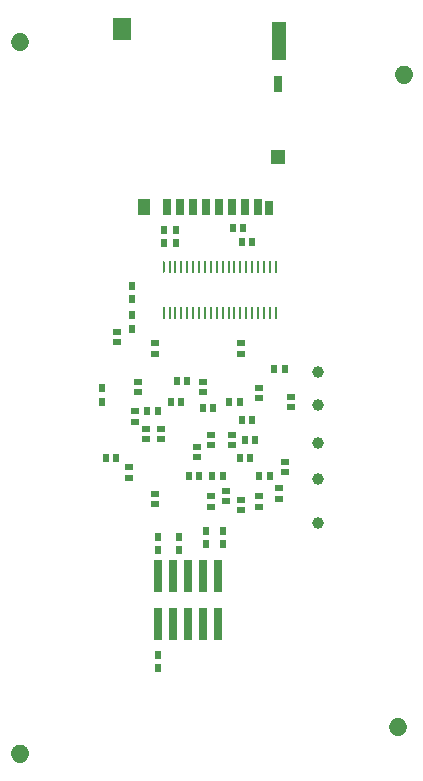
<source format=gbp>
G04*
G04 #@! TF.GenerationSoftware,Altium Limited,Altium Designer,21.8.1 (53)*
G04*
G04 Layer_Color=128*
%FSLAX25Y25*%
%MOIN*%
G70*
G04*
G04 #@! TF.SameCoordinates,EB042402-48BD-493C-904A-A6360FF8A717*
G04*
G04*
G04 #@! TF.FilePolarity,Positive*
G04*
G01*
G75*
%ADD17C,0.03150*%
%ADD28C,0.03937*%
%ADD29R,0.02362X0.02953*%
%ADD35R,0.02520X0.02362*%
%ADD38R,0.02362X0.02520*%
%ADD81R,0.02913X0.10984*%
G04:AMPARAMS|DCode=82|XSize=39.37mil|YSize=9.84mil|CornerRadius=2.46mil|HoleSize=0mil|Usage=FLASHONLY|Rotation=270.000|XOffset=0mil|YOffset=0mil|HoleType=Round|Shape=RoundedRectangle|*
%AMROUNDEDRECTD82*
21,1,0.03937,0.00492,0,0,270.0*
21,1,0.03445,0.00984,0,0,270.0*
1,1,0.00492,-0.00246,-0.01722*
1,1,0.00492,-0.00246,0.01722*
1,1,0.00492,0.00246,0.01722*
1,1,0.00492,0.00246,-0.01722*
%
%ADD82ROUNDEDRECTD82*%
%ADD83R,0.00984X0.03937*%
%ADD84R,0.03150X0.05512*%
%ADD85R,0.04724X0.04724*%
%ADD86R,0.04724X0.12598*%
%ADD87R,0.05906X0.07480*%
%ADD88R,0.03937X0.05512*%
%ADD89R,0.02756X0.04724*%
%ADD90R,0.02756X0.05512*%
D17*
X-21063Y25591D02*
X-21364Y26516D01*
X-22151Y27088D01*
X-23124D01*
X-23912Y26516D01*
X-24213Y25591D01*
X-23912Y24665D01*
X-23124Y24093D01*
X-22151D01*
X-21364Y24665D01*
X-21063Y25591D01*
X106890Y251969D02*
X106589Y252894D01*
X105802Y253466D01*
X104828D01*
X104041Y252894D01*
X103740Y251969D01*
X104041Y251043D01*
X104828Y250471D01*
X105802D01*
X106589Y251043D01*
X106890Y251969D01*
X104921Y34449D02*
X104621Y35375D01*
X103833Y35947D01*
X102860D01*
X102072Y35375D01*
X101772Y34449D01*
X102072Y33523D01*
X102860Y32951D01*
X103833D01*
X104621Y33523D01*
X104921Y34449D01*
X-21063Y262795D02*
X-21364Y263721D01*
X-22151Y264293D01*
X-23124D01*
X-23912Y263721D01*
X-24213Y262795D01*
X-23912Y261870D01*
X-23124Y261298D01*
X-22151D01*
X-21364Y261870D01*
X-21063Y262795D01*
D28*
X76772Y117126D02*
D03*
Y128937D02*
D03*
Y141732D02*
D03*
Y152559D02*
D03*
Y102362D02*
D03*
D29*
X23622Y53839D02*
D03*
Y58366D02*
D03*
Y97736D02*
D03*
Y93209D02*
D03*
X45276Y99705D02*
D03*
Y95177D02*
D03*
X39370Y99705D02*
D03*
Y95177D02*
D03*
X4921Y142717D02*
D03*
Y147244D02*
D03*
X30512Y97736D02*
D03*
Y93209D02*
D03*
X14764Y181398D02*
D03*
Y176870D02*
D03*
Y167028D02*
D03*
Y171555D02*
D03*
X29528Y200098D02*
D03*
Y195571D02*
D03*
X25591Y200098D02*
D03*
Y195571D02*
D03*
D35*
X57087Y107756D02*
D03*
Y111221D02*
D03*
X63976Y113937D02*
D03*
Y110472D02*
D03*
X36417Y127717D02*
D03*
Y124252D02*
D03*
X48228Y131653D02*
D03*
Y128189D02*
D03*
X41339Y128189D02*
D03*
Y131653D02*
D03*
X51181Y106535D02*
D03*
Y110000D02*
D03*
X65945Y122795D02*
D03*
Y119331D02*
D03*
X15748Y139528D02*
D03*
Y136063D02*
D03*
X19685Y133622D02*
D03*
Y130157D02*
D03*
X16732Y149370D02*
D03*
Y145905D02*
D03*
X24606Y133622D02*
D03*
Y130157D02*
D03*
X13780Y117362D02*
D03*
Y120827D02*
D03*
X51181Y158701D02*
D03*
Y162165D02*
D03*
X22638Y162165D02*
D03*
Y158701D02*
D03*
Y108504D02*
D03*
Y111969D02*
D03*
X9843Y162638D02*
D03*
Y166102D02*
D03*
X57087Y147402D02*
D03*
Y143937D02*
D03*
X46260Y109488D02*
D03*
Y112953D02*
D03*
X41339Y111221D02*
D03*
Y107756D02*
D03*
X38386Y145905D02*
D03*
Y149370D02*
D03*
X67913Y140984D02*
D03*
Y144449D02*
D03*
D38*
X38386Y140748D02*
D03*
X41850D02*
D03*
X60787Y118110D02*
D03*
X57323D02*
D03*
X19921Y139764D02*
D03*
X23386D02*
D03*
X51417Y195866D02*
D03*
X54882D02*
D03*
X51929Y200787D02*
D03*
X48465D02*
D03*
X54882Y136811D02*
D03*
X51417D02*
D03*
X41575Y118110D02*
D03*
X45039D02*
D03*
X54331Y124016D02*
D03*
X50866D02*
D03*
X9606Y124016D02*
D03*
X6142D02*
D03*
X33228Y149606D02*
D03*
X29764D02*
D03*
X62244Y153543D02*
D03*
X65709D02*
D03*
X33701Y118110D02*
D03*
X37165D02*
D03*
X55866Y129921D02*
D03*
X52402D02*
D03*
X47244Y142717D02*
D03*
X50709D02*
D03*
X31260D02*
D03*
X27795D02*
D03*
D81*
X43465Y84784D02*
D03*
X38465D02*
D03*
X33465D02*
D03*
X28465D02*
D03*
X23465D02*
D03*
Y68760D02*
D03*
X28465D02*
D03*
X33465D02*
D03*
X38465D02*
D03*
X43465D02*
D03*
D82*
X25394Y187795D02*
D03*
D83*
X27362D02*
D03*
X29331D02*
D03*
X31299D02*
D03*
X33268D02*
D03*
X35236D02*
D03*
X37205D02*
D03*
X39173D02*
D03*
X41142D02*
D03*
X43110D02*
D03*
X45079D02*
D03*
X47047D02*
D03*
X49016D02*
D03*
X50984D02*
D03*
X52953D02*
D03*
X54921D02*
D03*
X56890D02*
D03*
X58858D02*
D03*
X60827D02*
D03*
X62795D02*
D03*
X25394Y172441D02*
D03*
X27362D02*
D03*
X29331D02*
D03*
X31299D02*
D03*
X33268D02*
D03*
X35236D02*
D03*
X37205D02*
D03*
X39173D02*
D03*
X41142D02*
D03*
X43110D02*
D03*
X45079D02*
D03*
X47047D02*
D03*
X49016D02*
D03*
X50984D02*
D03*
X52953D02*
D03*
X54921D02*
D03*
X56890D02*
D03*
X58858D02*
D03*
X60827D02*
D03*
X62795D02*
D03*
D84*
X63386Y248721D02*
D03*
D85*
Y224311D02*
D03*
D86*
X63779Y262894D02*
D03*
D87*
X11417Y266831D02*
D03*
D88*
X18898Y207776D02*
D03*
D89*
X60433Y207382D02*
D03*
D90*
X56693Y207776D02*
D03*
X52362D02*
D03*
X48031D02*
D03*
X43701D02*
D03*
X39370D02*
D03*
X35039D02*
D03*
X30709D02*
D03*
X26378D02*
D03*
M02*

</source>
